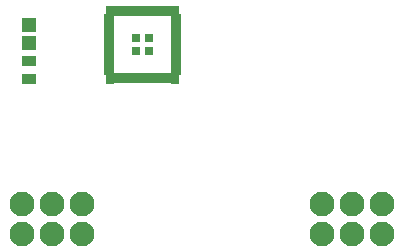
<source format=gts>
G04 #@! TF.FileFunction,Soldermask,Top*
%FSLAX46Y46*%
G04 Gerber Fmt 4.6, Leading zero omitted, Abs format (unit mm)*
G04 Created by KiCad (PCBNEW 4.0.2+dfsg1-stable) date 2016年12月08日 20時15分25秒*
%MOMM*%
G01*
G04 APERTURE LIST*
%ADD10C,0.100000*%
%ADD11C,2.100000*%
%ADD12R,1.300000X0.900000*%
%ADD13R,1.150000X1.200000*%
%ADD14R,0.700000X0.900000*%
%ADD15R,0.650000X0.950000*%
%ADD16R,0.950000X0.650000*%
%ADD17R,0.700000X0.700000*%
G04 APERTURE END LIST*
D10*
D11*
X153949400Y-109651800D03*
X151409400Y-109651800D03*
X148869400Y-109651800D03*
X148869400Y-112191800D03*
X151409400Y-112191800D03*
X153949400Y-112191800D03*
X179349400Y-109651800D03*
X176809400Y-109651800D03*
X174269400Y-109651800D03*
X174269400Y-112191800D03*
X176809400Y-112191800D03*
X179349400Y-112191800D03*
D12*
X149479000Y-97573400D03*
X149479000Y-99073400D03*
D13*
X149479000Y-96025400D03*
X149479000Y-94525400D03*
D14*
X161831000Y-93344000D03*
D15*
X161306000Y-93369000D03*
X160806000Y-93369000D03*
X160306000Y-93369000D03*
X159806000Y-93369000D03*
X159306000Y-93369000D03*
X158806000Y-93369000D03*
X158306000Y-93369000D03*
X157806000Y-93369000D03*
X157306000Y-93369000D03*
X156806000Y-93369000D03*
D14*
X156281000Y-93344000D03*
D16*
X156211000Y-93964000D03*
X156211000Y-94464000D03*
X156211000Y-96964000D03*
X156211000Y-94964000D03*
X156211000Y-95464000D03*
X156211000Y-95964000D03*
X156211000Y-96464000D03*
X156211000Y-97464000D03*
X156211000Y-97964000D03*
X156211000Y-98464000D03*
D14*
X156281000Y-99084000D03*
D15*
X156806000Y-99059000D03*
X157306000Y-99059000D03*
X157806000Y-99059000D03*
X158306000Y-99059000D03*
X158806000Y-99059000D03*
X159306000Y-99059000D03*
X159806000Y-99059000D03*
X160306000Y-99059000D03*
X160806000Y-99059000D03*
X161306000Y-99059000D03*
D14*
X161831000Y-99084000D03*
D16*
X161901000Y-98464000D03*
X161901000Y-97964000D03*
X161901000Y-97464000D03*
X161901000Y-96964000D03*
X161901000Y-96464000D03*
X161901000Y-95964000D03*
X161901000Y-95464000D03*
X161901000Y-94964000D03*
X161901000Y-94464000D03*
X161901000Y-93964000D03*
D17*
X159606000Y-95664000D03*
X158506000Y-95664000D03*
X158506000Y-96764000D03*
X159606000Y-96764000D03*
M02*

</source>
